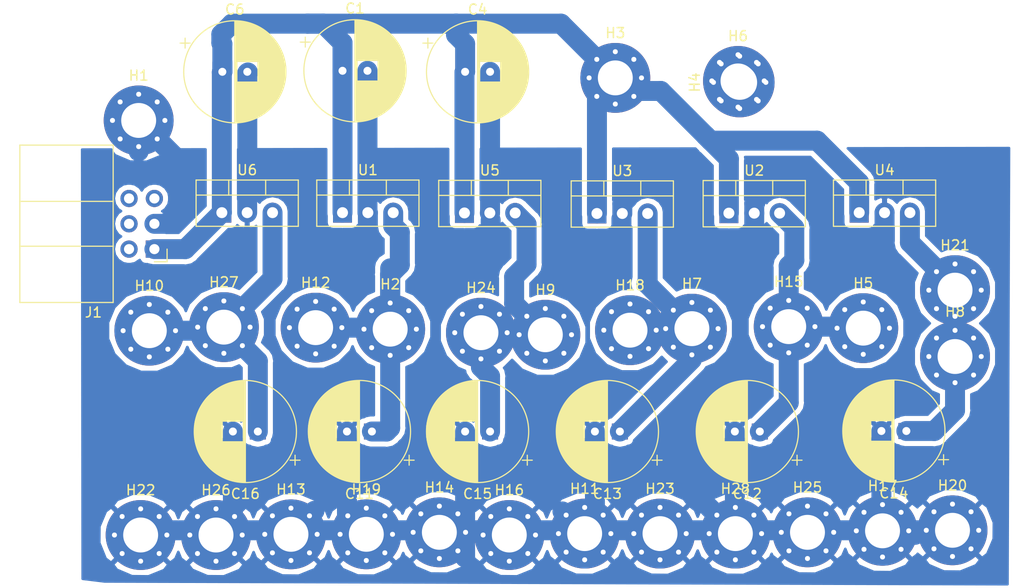
<source format=kicad_pcb>
(kicad_pcb (version 20171130) (host pcbnew 5.0.2+dfsg1-1)
  (layers (0 F.Cu signal) (31 B.Cu signal) (34 B.Paste user) (35 F.Paste user) (36 B.SilkS user) (37 F.SilkS user) (38 B.Mask user) (39 F.Mask user) (44 Edge.Cuts user))
  (net 0 "")
  (net 1 GNDREF)
  (net 2 +12V)
  (net 3 "Net-(C11-Pad1)")
  (net 4 "Net-(C12-Pad1)")
  (net 5 "Net-(C13-Pad1)")
  (net 6 "Net-(C14-Pad1)")
  (net 7 "Net-(C15-Pad1)")
  (net 8 "Net-(C16-Pad1)")
  (net 9 "Net-(J1-Pad4)")
  (net 10 "Net-(J1-Pad5)")
  (net 11 "Net-(J1-Pad6)")
  (net 12 "Net-(H4-Pad1)")
  (net 13 "Net-(J1-Pad2)")
  (module MountingHole:MountingHole_3.5mm_Pad_Via (layer F.Cu) (at 47.0408 55.4736)
    (fp_text reference H1 (at 0 -4.5) (layer F.SilkS))
    (fp_text value MountingHole_Pad)
    (pad 1 thru_hole circle (at 1.856155 -1.856155) (size 0.8 0.8) (drill 0.5) (layers *.Cu *.Mask) (net 1 GNDREF))
    (pad 1 thru_hole circle (at 0 -2.625) (size 0.8 0.8) (drill 0.5) (layers *.Cu *.Mask) (net 1 GNDREF))
    (pad 1 thru_hole circle (at -1.856155 -1.856155) (size 0.8 0.8) (drill 0.5) (layers *.Cu *.Mask) (net 1 GNDREF))
    (pad 1 thru_hole circle (at -2.625 0) (size 0.8 0.8) (drill 0.5) (layers *.Cu *.Mask) (net 1 GNDREF))
    (pad 1 thru_hole circle (at -1.856155 1.856155) (size 0.8 0.8) (drill 0.5) (layers *.Cu *.Mask) (net 1 GNDREF))
    (pad 1 thru_hole circle (at 0 2.625) (size 0.8 0.8) (drill 0.5) (layers *.Cu *.Mask) (net 1 GNDREF))
    (pad 1 thru_hole circle (at 1.856155 1.856155) (size 0.8 0.8) (drill 0.5) (layers *.Cu *.Mask) (net 1 GNDREF))
    (pad 1 thru_hole circle (at 2.625 0) (size 0.8 0.8) (drill 0.5) (layers *.Cu *.Mask) (net 1 GNDREF))
    (pad 1 thru_hole circle (at 0 0) (size 7 7) (drill 3.5) (layers *.Cu *.Mask) (net 1 GNDREF))
  )
  (module Capacitor_THT:CP_Radial_D10.0mm_P2.50mm (layer F.Cu) (at 67.4624 50.4952)
    (fp_text reference C1 (at 1.25 -6.25) (layer F.SilkS))
    (fp_text value CP)
    (pad 2 thru_hole circle (at 2.5 0) (size 1.6 1.6) (drill 0.8) (layers *.Cu *.Mask) (net 1 GNDREF))
    (pad 1 thru_hole rect (at 0 0) (size 1.6 1.6) (drill 0.8) (layers *.Cu *.Mask) (net 2 +12V))
  )
  (module Capacitor_THT:CP_Radial_D10.0mm_P2.50mm (layer F.Cu) (at 79.7452 50.5968)
    (fp_text reference C4 (at 1.25 -6.25) (layer F.SilkS))
    (fp_text value CP)
    (pad 1 thru_hole rect (at 0 0) (size 1.6 1.6) (drill 0.8) (layers *.Cu *.Mask) (net 2 +12V))
    (pad 2 thru_hole circle (at 2.5 0) (size 1.6 1.6) (drill 0.8) (layers *.Cu *.Mask) (net 1 GNDREF))
  )
  (module Capacitor_THT:CP_Radial_D10.0mm_P2.50mm (layer F.Cu) (at 55.4228 50.5968)
    (fp_text reference C6 (at 1.25 -6.25) (layer F.SilkS))
    (fp_text value CP)
    (pad 1 thru_hole rect (at 0 0) (size 1.6 1.6) (drill 0.8) (layers *.Cu *.Mask) (net 2 +12V))
    (pad 2 thru_hole circle (at 2.5 0) (size 1.6 1.6) (drill 0.8) (layers *.Cu *.Mask) (net 1 GNDREF))
  )
  (module Capacitor_THT:CP_Radial_D10.0mm_P2.50mm (layer F.Cu) (at 70.4088 86.6648 180)
    (fp_text reference C11 (at 1.25 -6.25 180) (layer F.SilkS))
    (fp_text value CP)
    (pad 2 thru_hole circle (at 2.5 0 180) (size 1.6 1.6) (drill 0.8) (layers *.Cu *.Mask) (net 1 GNDREF))
    (pad 1 thru_hole rect (at 0 0 180) (size 1.6 1.6) (drill 0.8) (layers *.Cu *.Mask) (net 3 "Net-(C11-Pad1)"))
  )
  (module Capacitor_THT:CP_Radial_D10.0mm_P2.50mm (layer F.Cu) (at 109.2708 86.6648 180)
    (fp_text reference C12 (at 1.25 -6.25 180) (layer F.SilkS))
    (fp_text value CP)
    (pad 1 thru_hole rect (at 0 0 180) (size 1.6 1.6) (drill 0.8) (layers *.Cu *.Mask) (net 4 "Net-(C12-Pad1)"))
    (pad 2 thru_hole circle (at 2.5 0 180) (size 1.6 1.6) (drill 0.8) (layers *.Cu *.Mask) (net 1 GNDREF))
  )
  (module Capacitor_THT:CP_Radial_D10.0mm_P2.50mm (layer F.Cu) (at 95.25 86.6648 180)
    (fp_text reference C13 (at 1.25 -6.25 180) (layer F.SilkS))
    (fp_text value CP)
    (pad 2 thru_hole circle (at 2.5 0 180) (size 1.6 1.6) (drill 0.8) (layers *.Cu *.Mask) (net 1 GNDREF))
    (pad 1 thru_hole rect (at 0 0 180) (size 1.6 1.6) (drill 0.8) (layers *.Cu *.Mask) (net 5 "Net-(C13-Pad1)"))
  )
  (module Capacitor_THT:CP_Radial_D10.0mm_P2.50mm (layer F.Cu) (at 123.952 86.614 180)
    (fp_text reference C14 (at 1.25 -6.25 180) (layer F.SilkS))
    (fp_text value CP)
    (pad 1 thru_hole rect (at 0 0 180) (size 1.6 1.6) (drill 0.8) (layers *.Cu *.Mask) (net 6 "Net-(C14-Pad1)"))
    (pad 2 thru_hole circle (at 2.5 0 180) (size 1.6 1.6) (drill 0.8) (layers *.Cu *.Mask) (net 1 GNDREF))
  )
  (module Capacitor_THT:CP_Radial_D10.0mm_P2.50mm (layer F.Cu) (at 82.2452 86.6648 180)
    (fp_text reference C15 (at 1.25 -6.25 180) (layer F.SilkS))
    (fp_text value CP)
    (pad 1 thru_hole rect (at 0 0 180) (size 1.6 1.6) (drill 0.8) (layers *.Cu *.Mask) (net 7 "Net-(C15-Pad1)"))
    (pad 2 thru_hole circle (at 2.5 0 180) (size 1.6 1.6) (drill 0.8) (layers *.Cu *.Mask) (net 1 GNDREF))
  )
  (module Capacitor_THT:CP_Radial_D10.0mm_P2.50mm (layer F.Cu) (at 58.9788 86.6648 180)
    (fp_text reference C16 (at 1.25 -6.25 180) (layer F.SilkS))
    (fp_text value CP)
    (pad 2 thru_hole circle (at 2.5 0 180) (size 1.6 1.6) (drill 0.8) (layers *.Cu *.Mask) (net 1 GNDREF))
    (pad 1 thru_hole rect (at 0 0 180) (size 1.6 1.6) (drill 0.8) (layers *.Cu *.Mask) (net 8 "Net-(C16-Pad1)"))
  )
  (module MountingHole:MountingHole_3.5mm_Pad_Via (layer F.Cu) (at 72.2376 76.4032)
    (fp_text reference H2 (at 0 -4.5) (layer F.SilkS))
    (fp_text value MountingHole_Pad)
    (pad 1 thru_hole circle (at 0 0) (size 7 7) (drill 3.5) (layers *.Cu *.Mask) (net 3 "Net-(C11-Pad1)"))
    (pad 1 thru_hole circle (at 2.625 0) (size 0.8 0.8) (drill 0.5) (layers *.Cu *.Mask) (net 3 "Net-(C11-Pad1)"))
    (pad 1 thru_hole circle (at 1.856155 1.856155) (size 0.8 0.8) (drill 0.5) (layers *.Cu *.Mask) (net 3 "Net-(C11-Pad1)"))
    (pad 1 thru_hole circle (at 0 2.625) (size 0.8 0.8) (drill 0.5) (layers *.Cu *.Mask) (net 3 "Net-(C11-Pad1)"))
    (pad 1 thru_hole circle (at -1.856155 1.856155) (size 0.8 0.8) (drill 0.5) (layers *.Cu *.Mask) (net 3 "Net-(C11-Pad1)"))
    (pad 1 thru_hole circle (at -2.625 0) (size 0.8 0.8) (drill 0.5) (layers *.Cu *.Mask) (net 3 "Net-(C11-Pad1)"))
    (pad 1 thru_hole circle (at -1.856155 -1.856155) (size 0.8 0.8) (drill 0.5) (layers *.Cu *.Mask) (net 3 "Net-(C11-Pad1)"))
    (pad 1 thru_hole circle (at 0 -2.625) (size 0.8 0.8) (drill 0.5) (layers *.Cu *.Mask) (net 3 "Net-(C11-Pad1)"))
    (pad 1 thru_hole circle (at 1.856155 -1.856155) (size 0.8 0.8) (drill 0.5) (layers *.Cu *.Mask) (net 3 "Net-(C11-Pad1)"))
  )
  (module MountingHole:MountingHole_3.5mm_Pad_Via (layer F.Cu) (at 94.7928 51.2064)
    (fp_text reference H3 (at 0 -4.5) (layer F.SilkS))
    (fp_text value MountingHole_Pad)
    (pad 1 thru_hole circle (at 0 0) (size 7 7) (drill 3.5) (layers *.Cu *.Mask) (net 2 +12V))
    (pad 1 thru_hole circle (at 2.625 0) (size 0.8 0.8) (drill 0.5) (layers *.Cu *.Mask) (net 2 +12V))
    (pad 1 thru_hole circle (at 1.856155 1.856155) (size 0.8 0.8) (drill 0.5) (layers *.Cu *.Mask) (net 2 +12V))
    (pad 1 thru_hole circle (at 0 2.625) (size 0.8 0.8) (drill 0.5) (layers *.Cu *.Mask) (net 2 +12V))
    (pad 1 thru_hole circle (at -1.856155 1.856155) (size 0.8 0.8) (drill 0.5) (layers *.Cu *.Mask) (net 2 +12V))
    (pad 1 thru_hole circle (at -2.625 0) (size 0.8 0.8) (drill 0.5) (layers *.Cu *.Mask) (net 2 +12V))
    (pad 1 thru_hole circle (at -1.856155 -1.856155) (size 0.8 0.8) (drill 0.5) (layers *.Cu *.Mask) (net 2 +12V))
    (pad 1 thru_hole circle (at 0 -2.625) (size 0.8 0.8) (drill 0.5) (layers *.Cu *.Mask) (net 2 +12V))
    (pad 1 thru_hole circle (at 1.856155 -1.856155) (size 0.8 0.8) (drill 0.5) (layers *.Cu *.Mask) (net 2 +12V))
  )
  (module MountingHole:MountingHole_3.5mm_Pad_Via (layer F.Cu) (at 107.250542 51.656914 90)
    (fp_text reference H4 (at 0 -4.5 90) (layer F.SilkS))
    (fp_text value MountingHole_Pad)
    (pad 1 thru_hole circle (at 1.856155 -1.856155 90) (size 0.8 0.8) (drill 0.5) (layers *.Cu *.Mask) (net 12 "Net-(H4-Pad1)"))
    (pad 1 thru_hole circle (at 0 -2.625 90) (size 0.8 0.8) (drill 0.5) (layers *.Cu *.Mask) (net 12 "Net-(H4-Pad1)"))
    (pad 1 thru_hole circle (at -1.856155 -1.856155 90) (size 0.8 0.8) (drill 0.5) (layers *.Cu *.Mask) (net 12 "Net-(H4-Pad1)"))
    (pad 1 thru_hole circle (at -2.625 0 90) (size 0.8 0.8) (drill 0.5) (layers *.Cu *.Mask) (net 12 "Net-(H4-Pad1)"))
    (pad 1 thru_hole circle (at -1.856155 1.856155 90) (size 0.8 0.8) (drill 0.5) (layers *.Cu *.Mask) (net 12 "Net-(H4-Pad1)"))
    (pad 1 thru_hole circle (at 0 2.625 90) (size 0.8 0.8) (drill 0.5) (layers *.Cu *.Mask) (net 12 "Net-(H4-Pad1)"))
    (pad 1 thru_hole circle (at 1.856155 1.856155 90) (size 0.8 0.8) (drill 0.5) (layers *.Cu *.Mask) (net 12 "Net-(H4-Pad1)"))
    (pad 1 thru_hole circle (at 2.625 0 90) (size 0.8 0.8) (drill 0.5) (layers *.Cu *.Mask) (net 12 "Net-(H4-Pad1)"))
    (pad 1 thru_hole circle (at 0 0 90) (size 7 7) (drill 3.5) (layers *.Cu *.Mask) (net 12 "Net-(H4-Pad1)"))
  )
  (module MountingHole:MountingHole_3.5mm_Pad_Via (layer F.Cu) (at 119.634 76.3016)
    (fp_text reference H5 (at 0 -4.5) (layer F.SilkS))
    (fp_text value MountingHole_Pad)
    (pad 1 thru_hole circle (at 0 0) (size 7 7) (drill 3.5) (layers *.Cu *.Mask) (net 4 "Net-(C12-Pad1)"))
    (pad 1 thru_hole circle (at 2.625 0) (size 0.8 0.8) (drill 0.5) (layers *.Cu *.Mask) (net 4 "Net-(C12-Pad1)"))
    (pad 1 thru_hole circle (at 1.856155 1.856155) (size 0.8 0.8) (drill 0.5) (layers *.Cu *.Mask) (net 4 "Net-(C12-Pad1)"))
    (pad 1 thru_hole circle (at 0 2.625) (size 0.8 0.8) (drill 0.5) (layers *.Cu *.Mask) (net 4 "Net-(C12-Pad1)"))
    (pad 1 thru_hole circle (at -1.856155 1.856155) (size 0.8 0.8) (drill 0.5) (layers *.Cu *.Mask) (net 4 "Net-(C12-Pad1)"))
    (pad 1 thru_hole circle (at -2.625 0) (size 0.8 0.8) (drill 0.5) (layers *.Cu *.Mask) (net 4 "Net-(C12-Pad1)"))
    (pad 1 thru_hole circle (at -1.856155 -1.856155) (size 0.8 0.8) (drill 0.5) (layers *.Cu *.Mask) (net 4 "Net-(C12-Pad1)"))
    (pad 1 thru_hole circle (at 0 -2.625) (size 0.8 0.8) (drill 0.5) (layers *.Cu *.Mask) (net 4 "Net-(C12-Pad1)"))
    (pad 1 thru_hole circle (at 1.856155 -1.856155) (size 0.8 0.8) (drill 0.5) (layers *.Cu *.Mask) (net 4 "Net-(C12-Pad1)"))
  )
  (module MountingHole:MountingHole_3.5mm_Pad_Via (layer F.Cu) (at 102.4636 76.3524)
    (fp_text reference H7 (at 0 -4.5) (layer F.SilkS))
    (fp_text value MountingHole_Pad)
    (pad 1 thru_hole circle (at 1.856155 -1.856155) (size 0.8 0.8) (drill 0.5) (layers *.Cu *.Mask) (net 5 "Net-(C13-Pad1)"))
    (pad 1 thru_hole circle (at 0 -2.625) (size 0.8 0.8) (drill 0.5) (layers *.Cu *.Mask) (net 5 "Net-(C13-Pad1)"))
    (pad 1 thru_hole circle (at -1.856155 -1.856155) (size 0.8 0.8) (drill 0.5) (layers *.Cu *.Mask) (net 5 "Net-(C13-Pad1)"))
    (pad 1 thru_hole circle (at -2.625 0) (size 0.8 0.8) (drill 0.5) (layers *.Cu *.Mask) (net 5 "Net-(C13-Pad1)"))
    (pad 1 thru_hole circle (at -1.856155 1.856155) (size 0.8 0.8) (drill 0.5) (layers *.Cu *.Mask) (net 5 "Net-(C13-Pad1)"))
    (pad 1 thru_hole circle (at 0 2.625) (size 0.8 0.8) (drill 0.5) (layers *.Cu *.Mask) (net 5 "Net-(C13-Pad1)"))
    (pad 1 thru_hole circle (at 1.856155 1.856155) (size 0.8 0.8) (drill 0.5) (layers *.Cu *.Mask) (net 5 "Net-(C13-Pad1)"))
    (pad 1 thru_hole circle (at 2.625 0) (size 0.8 0.8) (drill 0.5) (layers *.Cu *.Mask) (net 5 "Net-(C13-Pad1)"))
    (pad 1 thru_hole circle (at 0 0) (size 7 7) (drill 3.5) (layers *.Cu *.Mask) (net 5 "Net-(C13-Pad1)"))
  )
  (module MountingHole:MountingHole_3.5mm_Pad_Via (layer F.Cu) (at 128.8288 79.1464)
    (fp_text reference H8 (at 0 -4.5) (layer F.SilkS))
    (fp_text value MountingHole_Pad)
    (pad 1 thru_hole circle (at 0 0) (size 7 7) (drill 3.5) (layers *.Cu *.Mask) (net 6 "Net-(C14-Pad1)"))
    (pad 1 thru_hole circle (at 2.625 0) (size 0.8 0.8) (drill 0.5) (layers *.Cu *.Mask) (net 6 "Net-(C14-Pad1)"))
    (pad 1 thru_hole circle (at 1.856155 1.856155) (size 0.8 0.8) (drill 0.5) (layers *.Cu *.Mask) (net 6 "Net-(C14-Pad1)"))
    (pad 1 thru_hole circle (at 0 2.625) (size 0.8 0.8) (drill 0.5) (layers *.Cu *.Mask) (net 6 "Net-(C14-Pad1)"))
    (pad 1 thru_hole circle (at -1.856155 1.856155) (size 0.8 0.8) (drill 0.5) (layers *.Cu *.Mask) (net 6 "Net-(C14-Pad1)"))
    (pad 1 thru_hole circle (at -2.625 0) (size 0.8 0.8) (drill 0.5) (layers *.Cu *.Mask) (net 6 "Net-(C14-Pad1)"))
    (pad 1 thru_hole circle (at -1.856155 -1.856155) (size 0.8 0.8) (drill 0.5) (layers *.Cu *.Mask) (net 6 "Net-(C14-Pad1)"))
    (pad 1 thru_hole circle (at 0 -2.625) (size 0.8 0.8) (drill 0.5) (layers *.Cu *.Mask) (net 6 "Net-(C14-Pad1)"))
    (pad 1 thru_hole circle (at 1.856155 -1.856155) (size 0.8 0.8) (drill 0.5) (layers *.Cu *.Mask) (net 6 "Net-(C14-Pad1)"))
  )
  (module MountingHole:MountingHole_3.5mm_Pad_Via (layer F.Cu) (at 87.7824 76.962)
    (fp_text reference H9 (at 0 -4.5) (layer F.SilkS))
    (fp_text value MountingHole_Pad)
    (pad 1 thru_hole circle (at 1.856155 -1.856155) (size 0.8 0.8) (drill 0.5) (layers *.Cu *.Mask) (net 7 "Net-(C15-Pad1)"))
    (pad 1 thru_hole circle (at 0 -2.625) (size 0.8 0.8) (drill 0.5) (layers *.Cu *.Mask) (net 7 "Net-(C15-Pad1)"))
    (pad 1 thru_hole circle (at -1.856155 -1.856155) (size 0.8 0.8) (drill 0.5) (layers *.Cu *.Mask) (net 7 "Net-(C15-Pad1)"))
    (pad 1 thru_hole circle (at -2.625 0) (size 0.8 0.8) (drill 0.5) (layers *.Cu *.Mask) (net 7 "Net-(C15-Pad1)"))
    (pad 1 thru_hole circle (at -1.856155 1.856155) (size 0.8 0.8) (drill 0.5) (layers *.Cu *.Mask) (net 7 "Net-(C15-Pad1)"))
    (pad 1 thru_hole circle (at 0 2.625) (size 0.8 0.8) (drill 0.5) (layers *.Cu *.Mask) (net 7 "Net-(C15-Pad1)"))
    (pad 1 thru_hole circle (at 1.856155 1.856155) (size 0.8 0.8) (drill 0.5) (layers *.Cu *.Mask) (net 7 "Net-(C15-Pad1)"))
    (pad 1 thru_hole circle (at 2.625 0) (size 0.8 0.8) (drill 0.5) (layers *.Cu *.Mask) (net 7 "Net-(C15-Pad1)"))
    (pad 1 thru_hole circle (at 0 0) (size 7 7) (drill 3.5) (layers *.Cu *.Mask) (net 7 "Net-(C15-Pad1)"))
  )
  (module MountingHole:MountingHole_3.5mm_Pad_Via (layer F.Cu) (at 48.1076 76.5556)
    (fp_text reference H10 (at 0 -4.5) (layer F.SilkS))
    (fp_text value MountingHole_Pad)
    (pad 1 thru_hole circle (at 0 0) (size 7 7) (drill 3.5) (layers *.Cu *.Mask) (net 8 "Net-(C16-Pad1)"))
    (pad 1 thru_hole circle (at 2.625 0) (size 0.8 0.8) (drill 0.5) (layers *.Cu *.Mask) (net 8 "Net-(C16-Pad1)"))
    (pad 1 thru_hole circle (at 1.856155 1.856155) (size 0.8 0.8) (drill 0.5) (layers *.Cu *.Mask) (net 8 "Net-(C16-Pad1)"))
    (pad 1 thru_hole circle (at 0 2.625) (size 0.8 0.8) (drill 0.5) (layers *.Cu *.Mask) (net 8 "Net-(C16-Pad1)"))
    (pad 1 thru_hole circle (at -1.856155 1.856155) (size 0.8 0.8) (drill 0.5) (layers *.Cu *.Mask) (net 8 "Net-(C16-Pad1)"))
    (pad 1 thru_hole circle (at -2.625 0) (size 0.8 0.8) (drill 0.5) (layers *.Cu *.Mask) (net 8 "Net-(C16-Pad1)"))
    (pad 1 thru_hole circle (at -1.856155 -1.856155) (size 0.8 0.8) (drill 0.5) (layers *.Cu *.Mask) (net 8 "Net-(C16-Pad1)"))
    (pad 1 thru_hole circle (at 0 -2.625) (size 0.8 0.8) (drill 0.5) (layers *.Cu *.Mask) (net 8 "Net-(C16-Pad1)"))
    (pad 1 thru_hole circle (at 1.856155 -1.856155) (size 0.8 0.8) (drill 0.5) (layers *.Cu *.Mask) (net 8 "Net-(C16-Pad1)"))
  )
  (module Package_TO_SOT_THT:TO-220-3_Vertical (layer F.Cu) (at 67.4624 64.7192)
    (fp_text reference U1 (at 2.54 -4.27) (layer F.SilkS))
    (fp_text value LM7809_TO220)
    (pad 3 thru_hole oval (at 5.08 0) (size 1.905 2) (drill 1.1) (layers *.Cu *.Mask) (net 3 "Net-(C11-Pad1)"))
    (pad 2 thru_hole oval (at 2.54 0) (size 1.905 2) (drill 1.1) (layers *.Cu *.Mask) (net 1 GNDREF))
    (pad 1 thru_hole rect (at 0 0) (size 1.905 2) (drill 1.1) (layers *.Cu *.Mask) (net 2 +12V))
  )
  (module Package_TO_SOT_THT:TO-220-3_Vertical (layer F.Cu) (at 106.172 64.77)
    (fp_text reference U2 (at 2.54 -4.27) (layer F.SilkS))
    (fp_text value LM7809_TO220)
    (pad 1 thru_hole rect (at 0 0) (size 1.905 2) (drill 1.1) (layers *.Cu *.Mask) (net 2 +12V))
    (pad 2 thru_hole oval (at 2.54 0) (size 1.905 2) (drill 1.1) (layers *.Cu *.Mask) (net 1 GNDREF))
    (pad 3 thru_hole oval (at 5.08 0) (size 1.905 2) (drill 1.1) (layers *.Cu *.Mask) (net 4 "Net-(C12-Pad1)"))
  )
  (module Package_TO_SOT_THT:TO-220-3_Vertical (layer F.Cu) (at 92.95384 64.80302)
    (fp_text reference U3 (at 2.54 -4.27) (layer F.SilkS))
    (fp_text value LM7809_TO220)
    (pad 3 thru_hole oval (at 5.08 0) (size 1.905 2) (drill 1.1) (layers *.Cu *.Mask) (net 5 "Net-(C13-Pad1)"))
    (pad 2 thru_hole oval (at 2.54 0) (size 1.905 2) (drill 1.1) (layers *.Cu *.Mask) (net 1 GNDREF))
    (pad 1 thru_hole rect (at 0 0) (size 1.905 2) (drill 1.1) (layers *.Cu *.Mask) (net 2 +12V))
  )
  (module Package_TO_SOT_THT:TO-220-3_Vertical (layer F.Cu) (at 119.2276 64.7192)
    (fp_text reference U4 (at 2.54 -4.27) (layer F.SilkS))
    (fp_text value LM7809_TO220)
    (pad 1 thru_hole rect (at 0 0) (size 1.905 2) (drill 1.1) (layers *.Cu *.Mask) (net 2 +12V))
    (pad 2 thru_hole oval (at 2.54 0) (size 1.905 2) (drill 1.1) (layers *.Cu *.Mask) (net 1 GNDREF))
    (pad 3 thru_hole oval (at 5.08 0) (size 1.905 2) (drill 1.1) (layers *.Cu *.Mask) (net 6 "Net-(C14-Pad1)"))
  )
  (module Package_TO_SOT_THT:TO-220-3_Vertical (layer F.Cu) (at 79.6798 64.74968)
    (fp_text reference U5 (at 2.54 -4.27) (layer F.SilkS))
    (fp_text value LM7809_TO220)
    (pad 3 thru_hole oval (at 5.08 0) (size 1.905 2) (drill 1.1) (layers *.Cu *.Mask) (net 7 "Net-(C15-Pad1)"))
    (pad 2 thru_hole oval (at 2.54 0) (size 1.905 2) (drill 1.1) (layers *.Cu *.Mask) (net 1 GNDREF))
    (pad 1 thru_hole rect (at 0 0) (size 1.905 2) (drill 1.1) (layers *.Cu *.Mask) (net 2 +12V))
  )
  (module Package_TO_SOT_THT:TO-220-3_Vertical (layer F.Cu) (at 55.372 64.7192)
    (fp_text reference U6 (at 2.54 -4.27) (layer F.SilkS))
    (fp_text value LM7809_TO220)
    (pad 1 thru_hole rect (at 0 0) (size 1.905 2) (drill 1.1) (layers *.Cu *.Mask) (net 2 +12V))
    (pad 2 thru_hole oval (at 2.54 0) (size 1.905 2) (drill 1.1) (layers *.Cu *.Mask) (net 1 GNDREF))
    (pad 3 thru_hole oval (at 5.08 0) (size 1.905 2) (drill 1.1) (layers *.Cu *.Mask) (net 8 "Net-(C16-Pad1)"))
  )
  (module MountingHole:MountingHole_3.5mm_Pad_Via (layer F.Cu) (at 91.722201 96.903801)
    (fp_text reference H11 (at 0 -4.5) (layer F.SilkS))
    (fp_text value MountingHole_Pad)
    (pad 1 thru_hole circle (at 1.856155 -1.856155) (size 0.8 0.8) (drill 0.5) (layers *.Cu *.Mask) (net 1 GNDREF))
    (pad 1 thru_hole circle (at 0 -2.625) (size 0.8 0.8) (drill 0.5) (layers *.Cu *.Mask) (net 1 GNDREF))
    (pad 1 thru_hole circle (at -1.856155 -1.856155) (size 0.8 0.8) (drill 0.5) (layers *.Cu *.Mask) (net 1 GNDREF))
    (pad 1 thru_hole circle (at -2.625 0) (size 0.8 0.8) (drill 0.5) (layers *.Cu *.Mask) (net 1 GNDREF))
    (pad 1 thru_hole circle (at -1.856155 1.856155) (size 0.8 0.8) (drill 0.5) (layers *.Cu *.Mask) (net 1 GNDREF))
    (pad 1 thru_hole circle (at 0 2.625) (size 0.8 0.8) (drill 0.5) (layers *.Cu *.Mask) (net 1 GNDREF))
    (pad 1 thru_hole circle (at 1.856155 1.856155) (size 0.8 0.8) (drill 0.5) (layers *.Cu *.Mask) (net 1 GNDREF))
    (pad 1 thru_hole circle (at 2.625 0) (size 0.8 0.8) (drill 0.5) (layers *.Cu *.Mask) (net 1 GNDREF))
    (pad 1 thru_hole circle (at 0 0) (size 7 7) (drill 3.5) (layers *.Cu *.Mask) (net 1 GNDREF))
  )
  (module MountingHole:MountingHole_3.5mm_Pad_Via (layer F.Cu) (at 64.77 76.2508)
    (fp_text reference H12 (at 0 -4.5) (layer F.SilkS))
    (fp_text value MountingHole_Pad)
    (pad 1 thru_hole circle (at 1.856155 -1.856155) (size 0.8 0.8) (drill 0.5) (layers *.Cu *.Mask) (net 3 "Net-(C11-Pad1)"))
    (pad 1 thru_hole circle (at 0 -2.625) (size 0.8 0.8) (drill 0.5) (layers *.Cu *.Mask) (net 3 "Net-(C11-Pad1)"))
    (pad 1 thru_hole circle (at -1.856155 -1.856155) (size 0.8 0.8) (drill 0.5) (layers *.Cu *.Mask) (net 3 "Net-(C11-Pad1)"))
    (pad 1 thru_hole circle (at -2.625 0) (size 0.8 0.8) (drill 0.5) (layers *.Cu *.Mask) (net 3 "Net-(C11-Pad1)"))
    (pad 1 thru_hole circle (at -1.856155 1.856155) (size 0.8 0.8) (drill 0.5) (layers *.Cu *.Mask) (net 3 "Net-(C11-Pad1)"))
    (pad 1 thru_hole circle (at 0 2.625) (size 0.8 0.8) (drill 0.5) (layers *.Cu *.Mask) (net 3 "Net-(C11-Pad1)"))
    (pad 1 thru_hole circle (at 1.856155 1.856155) (size 0.8 0.8) (drill 0.5) (layers *.Cu *.Mask) (net 3 "Net-(C11-Pad1)"))
    (pad 1 thru_hole circle (at 2.625 0) (size 0.8 0.8) (drill 0.5) (layers *.Cu *.Mask) (net 3 "Net-(C11-Pad1)"))
    (pad 1 thru_hole circle (at 0 0) (size 7 7) (drill 3.5) (layers *.Cu *.Mask) (net 3 "Net-(C11-Pad1)"))
  )
  (module MountingHole:MountingHole_3.5mm_Pad_Via (layer F.Cu) (at 62.296601 96.973401)
    (fp_text reference H13 (at 0 -4.5) (layer F.SilkS))
    (fp_text value MountingHole_Pad)
    (pad 1 thru_hole circle (at 1.856155 -1.856155) (size 0.8 0.8) (drill 0.5) (layers *.Cu *.Mask) (net 1 GNDREF))
    (pad 1 thru_hole circle (at 0 -2.625) (size 0.8 0.8) (drill 0.5) (layers *.Cu *.Mask) (net 1 GNDREF))
    (pad 1 thru_hole circle (at -1.856155 -1.856155) (size 0.8 0.8) (drill 0.5) (layers *.Cu *.Mask) (net 1 GNDREF))
    (pad 1 thru_hole circle (at -2.625 0) (size 0.8 0.8) (drill 0.5) (layers *.Cu *.Mask) (net 1 GNDREF))
    (pad 1 thru_hole circle (at -1.856155 1.856155) (size 0.8 0.8) (drill 0.5) (layers *.Cu *.Mask) (net 1 GNDREF))
    (pad 1 thru_hole circle (at 0 2.625) (size 0.8 0.8) (drill 0.5) (layers *.Cu *.Mask) (net 1 GNDREF))
    (pad 1 thru_hole circle (at 1.856155 1.856155) (size 0.8 0.8) (drill 0.5) (layers *.Cu *.Mask) (net 1 GNDREF))
    (pad 1 thru_hole circle (at 2.625 0) (size 0.8 0.8) (drill 0.5) (layers *.Cu *.Mask) (net 1 GNDREF))
    (pad 1 thru_hole circle (at 0 0) (size 7 7) (drill 3.5) (layers *.Cu *.Mask) (net 1 GNDREF))
  )
  (module MountingHole:MountingHole_3.5mm_Pad_Via (layer F.Cu) (at 77.1652 96.774)
    (fp_text reference H14 (at 0 -4.5) (layer F.SilkS))
    (fp_text value MountingHole_Pad)
    (pad 1 thru_hole circle (at 0 0) (size 7 7) (drill 3.5) (layers *.Cu *.Mask) (net 1 GNDREF))
    (pad 1 thru_hole circle (at 2.625 0) (size 0.8 0.8) (drill 0.5) (layers *.Cu *.Mask) (net 1 GNDREF))
    (pad 1 thru_hole circle (at 1.856155 1.856155) (size 0.8 0.8) (drill 0.5) (layers *.Cu *.Mask) (net 1 GNDREF))
    (pad 1 thru_hole circle (at 0 2.625) (size 0.8 0.8) (drill 0.5) (layers *.Cu *.Mask) (net 1 GNDREF))
    (pad 1 thru_hole circle (at -1.856155 1.856155) (size 0.8 0.8) (drill 0.5) (layers *.Cu *.Mask) (net 1 GNDREF))
    (pad 1 thru_hole circle (at -2.625 0) (size 0.8 0.8) (drill 0.5) (layers *.Cu *.Mask) (net 1 GNDREF))
    (pad 1 thru_hole circle (at -1.856155 -1.856155) (size 0.8 0.8) (drill 0.5) (layers *.Cu *.Mask) (net 1 GNDREF))
    (pad 1 thru_hole circle (at 0 -2.625) (size 0.8 0.8) (drill 0.5) (layers *.Cu *.Mask) (net 1 GNDREF))
    (pad 1 thru_hole circle (at 1.856155 -1.856155) (size 0.8 0.8) (drill 0.5) (layers *.Cu *.Mask) (net 1 GNDREF))
  )
  (module MountingHole:MountingHole_3.5mm_Pad_Via (layer F.Cu) (at 112.1664 76.1492)
    (fp_text reference H15 (at 0 -4.5) (layer F.SilkS))
    (fp_text value MountingHole_Pad)
    (pad 1 thru_hole circle (at 0 0) (size 7 7) (drill 3.5) (layers *.Cu *.Mask) (net 4 "Net-(C12-Pad1)"))
    (pad 1 thru_hole circle (at 2.625 0) (size 0.8 0.8) (drill 0.5) (layers *.Cu *.Mask) (net 4 "Net-(C12-Pad1)"))
    (pad 1 thru_hole circle (at 1.856155 1.856155) (size 0.8 0.8) (drill 0.5) (layers *.Cu *.Mask) (net 4 "Net-(C12-Pad1)"))
    (pad 1 thru_hole circle (at 0 2.625) (size 0.8 0.8) (drill 0.5) (layers *.Cu *.Mask) (net 4 "Net-(C12-Pad1)"))
    (pad 1 thru_hole circle (at -1.856155 1.856155) (size 0.8 0.8) (drill 0.5) (layers *.Cu *.Mask) (net 4 "Net-(C12-Pad1)"))
    (pad 1 thru_hole circle (at -2.625 0) (size 0.8 0.8) (drill 0.5) (layers *.Cu *.Mask) (net 4 "Net-(C12-Pad1)"))
    (pad 1 thru_hole circle (at -1.856155 -1.856155) (size 0.8 0.8) (drill 0.5) (layers *.Cu *.Mask) (net 4 "Net-(C12-Pad1)"))
    (pad 1 thru_hole circle (at 0 -2.625) (size 0.8 0.8) (drill 0.5) (layers *.Cu *.Mask) (net 4 "Net-(C12-Pad1)"))
    (pad 1 thru_hole circle (at 1.856155 -1.856155) (size 0.8 0.8) (drill 0.5) (layers *.Cu *.Mask) (net 4 "Net-(C12-Pad1)"))
  )
  (module MountingHole:MountingHole_3.5mm_Pad_Via (layer F.Cu) (at 84.172201 97.043401)
    (fp_text reference H16 (at 0 -4.5) (layer F.SilkS))
    (fp_text value MountingHole_Pad)
    (pad 1 thru_hole circle (at 0 0) (size 7 7) (drill 3.5) (layers *.Cu *.Mask) (net 1 GNDREF))
    (pad 1 thru_hole circle (at 2.625 0) (size 0.8 0.8) (drill 0.5) (layers *.Cu *.Mask) (net 1 GNDREF))
    (pad 1 thru_hole circle (at 1.856155 1.856155) (size 0.8 0.8) (drill 0.5) (layers *.Cu *.Mask) (net 1 GNDREF))
    (pad 1 thru_hole circle (at 0 2.625) (size 0.8 0.8) (drill 0.5) (layers *.Cu *.Mask) (net 1 GNDREF))
    (pad 1 thru_hole circle (at -1.856155 1.856155) (size 0.8 0.8) (drill 0.5) (layers *.Cu *.Mask) (net 1 GNDREF))
    (pad 1 thru_hole circle (at -2.625 0) (size 0.8 0.8) (drill 0.5) (layers *.Cu *.Mask) (net 1 GNDREF))
    (pad 1 thru_hole circle (at -1.856155 -1.856155) (size 0.8 0.8) (drill 0.5) (layers *.Cu *.Mask) (net 1 GNDREF))
    (pad 1 thru_hole circle (at 0 -2.625) (size 0.8 0.8) (drill 0.5) (layers *.Cu *.Mask) (net 1 GNDREF))
    (pad 1 thru_hole circle (at 1.856155 -1.856155) (size 0.8 0.8) (drill 0.5) (layers *.Cu *.Mask) (net 1 GNDREF))
  )
  (module MountingHole:MountingHole_3.5mm_Pad_Via (layer F.Cu) (at 121.5644 96.6216)
    (fp_text reference H17 (at 0 -4.5) (layer F.SilkS))
    (fp_text value MountingHole_Pad)
    (pad 1 thru_hole circle (at 1.856155 -1.856155) (size 0.8 0.8) (drill 0.5) (layers *.Cu *.Mask) (net 1 GNDREF))
    (pad 1 thru_hole circle (at 0 -2.625) (size 0.8 0.8) (drill 0.5) (layers *.Cu *.Mask) (net 1 GNDREF))
    (pad 1 thru_hole circle (at -1.856155 -1.856155) (size 0.8 0.8) (drill 0.5) (layers *.Cu *.Mask) (net 1 GNDREF))
    (pad 1 thru_hole circle (at -2.625 0) (size 0.8 0.8) (drill 0.5) (layers *.Cu *.Mask) (net 1 GNDREF))
    (pad 1 thru_hole circle (at -1.856155 1.856155) (size 0.8 0.8) (drill 0.5) (layers *.Cu *.Mask) (net 1 GNDREF))
    (pad 1 thru_hole circle (at 0 2.625) (size 0.8 0.8) (drill 0.5) (layers *.Cu *.Mask) (net 1 GNDREF))
    (pad 1 thru_hole circle (at 1.856155 1.856155) (size 0.8 0.8) (drill 0.5) (layers *.Cu *.Mask) (net 1 GNDREF))
    (pad 1 thru_hole circle (at 2.625 0) (size 0.8 0.8) (drill 0.5) (layers *.Cu *.Mask) (net 1 GNDREF))
    (pad 1 thru_hole circle (at 0 0) (size 7 7) (drill 3.5) (layers *.Cu *.Mask) (net 1 GNDREF))
  )
  (module MountingHole:MountingHole_3.5mm_Pad_Via (layer F.Cu) (at 96.266 76.5048)
    (fp_text reference H18 (at 0 -4.5) (layer F.SilkS))
    (fp_text value MountingHole_Pad)
    (pad 1 thru_hole circle (at 1.856155 -1.856155) (size 0.8 0.8) (drill 0.5) (layers *.Cu *.Mask) (net 5 "Net-(C13-Pad1)"))
    (pad 1 thru_hole circle (at 0 -2.625) (size 0.8 0.8) (drill 0.5) (layers *.Cu *.Mask) (net 5 "Net-(C13-Pad1)"))
    (pad 1 thru_hole circle (at -1.856155 -1.856155) (size 0.8 0.8) (drill 0.5) (layers *.Cu *.Mask) (net 5 "Net-(C13-Pad1)"))
    (pad 1 thru_hole circle (at -2.625 0) (size 0.8 0.8) (drill 0.5) (layers *.Cu *.Mask) (net 5 "Net-(C13-Pad1)"))
    (pad 1 thru_hole circle (at -1.856155 1.856155) (size 0.8 0.8) (drill 0.5) (layers *.Cu *.Mask) (net 5 "Net-(C13-Pad1)"))
    (pad 1 thru_hole circle (at 0 2.625) (size 0.8 0.8) (drill 0.5) (layers *.Cu *.Mask) (net 5 "Net-(C13-Pad1)"))
    (pad 1 thru_hole circle (at 1.856155 1.856155) (size 0.8 0.8) (drill 0.5) (layers *.Cu *.Mask) (net 5 "Net-(C13-Pad1)"))
    (pad 1 thru_hole circle (at 2.625 0) (size 0.8 0.8) (drill 0.5) (layers *.Cu *.Mask) (net 5 "Net-(C13-Pad1)"))
    (pad 1 thru_hole circle (at 0 0) (size 7 7) (drill 3.5) (layers *.Cu *.Mask) (net 5 "Net-(C13-Pad1)"))
  )
  (module MountingHole:MountingHole_3.5mm_Pad_Via (layer F.Cu) (at 69.846601 96.973401)
    (fp_text reference H19 (at 0 -4.5) (layer F.SilkS))
    (fp_text value MountingHole_Pad)
    (pad 1 thru_hole circle (at 1.856155 -1.856155) (size 0.8 0.8) (drill 0.5) (layers *.Cu *.Mask) (net 1 GNDREF))
    (pad 1 thru_hole circle (at 0 -2.625) (size 0.8 0.8) (drill 0.5) (layers *.Cu *.Mask) (net 1 GNDREF))
    (pad 1 thru_hole circle (at -1.856155 -1.856155) (size 0.8 0.8) (drill 0.5) (layers *.Cu *.Mask) (net 1 GNDREF))
    (pad 1 thru_hole circle (at -2.625 0) (size 0.8 0.8) (drill 0.5) (layers *.Cu *.Mask) (net 1 GNDREF))
    (pad 1 thru_hole circle (at -1.856155 1.856155) (size 0.8 0.8) (drill 0.5) (layers *.Cu *.Mask) (net 1 GNDREF))
    (pad 1 thru_hole circle (at 0 2.625) (size 0.8 0.8) (drill 0.5) (layers *.Cu *.Mask) (net 1 GNDREF))
    (pad 1 thru_hole circle (at 1.856155 1.856155) (size 0.8 0.8) (drill 0.5) (layers *.Cu *.Mask) (net 1 GNDREF))
    (pad 1 thru_hole circle (at 2.625 0) (size 0.8 0.8) (drill 0.5) (layers *.Cu *.Mask) (net 1 GNDREF))
    (pad 1 thru_hole circle (at 0 0) (size 7 7) (drill 3.5) (layers *.Cu *.Mask) (net 1 GNDREF))
  )
  (module MountingHole:MountingHole_3.5mm_Pad_Via (layer F.Cu) (at 128.5748 96.5708)
    (fp_text reference H20 (at 0 -4.5) (layer F.SilkS))
    (fp_text value MountingHole_Pad)
    (pad 1 thru_hole circle (at 0 0) (size 7 7) (drill 3.5) (layers *.Cu *.Mask) (net 1 GNDREF))
    (pad 1 thru_hole circle (at 2.625 0) (size 0.8 0.8) (drill 0.5) (layers *.Cu *.Mask) (net 1 GNDREF))
    (pad 1 thru_hole circle (at 1.856155 1.856155) (size 0.8 0.8) (drill 0.5) (layers *.Cu *.Mask) (net 1 GNDREF))
    (pad 1 thru_hole circle (at 0 2.625) (size 0.8 0.8) (drill 0.5) (layers *.Cu *.Mask) (net 1 GNDREF))
    (pad 1 thru_hole circle (at -1.856155 1.856155) (size 0.8 0.8) (drill 0.5) (layers *.Cu *.Mask) (net 1 GNDREF))
    (pad 1 thru_hole circle (at -2.625 0) (size 0.8 0.8) (drill 0.5) (layers *.Cu *.Mask) (net 1 GNDREF))
    (pad 1 thru_hole circle (at -1.856155 -1.856155) (size 0.8 0.8) (drill 0.5) (layers *.Cu *.Mask) (net 1 GNDREF))
    (pad 1 thru_hole circle (at 0 -2.625) (size 0.8 0.8) (drill 0.5) (layers *.Cu *.Mask) (net 1 GNDREF))
    (pad 1 thru_hole circle (at 1.856155 -1.856155) (size 0.8 0.8) (drill 0.5) (layers *.Cu *.Mask) (net 1 GNDREF))
  )
  (module MountingHole:MountingHole_3.5mm_Pad_Via (layer F.Cu) (at 128.8288 72.4916)
    (fp_text reference H21 (at 0 -4.5) (layer F.SilkS))
    (fp_text value MountingHole_Pad)
    (pad 1 thru_hole circle (at 0 0) (size 7 7) (drill 3.5) (layers *.Cu *.Mask) (net 6 "Net-(C14-Pad1)"))
    (pad 1 thru_hole circle (at 2.625 0) (size 0.8 0.8) (drill 0.5) (layers *.Cu *.Mask) (net 6 "Net-(C14-Pad1)"))
    (pad 1 thru_hole circle (at 1.856155 1.856155) (size 0.8 0.8) (drill 0.5) (layers *.Cu *.Mask) (net 6 "Net-(C14-Pad1)"))
    (pad 1 thru_hole circle (at 0 2.625) (size 0.8 0.8) (drill 0.5) (layers *.Cu *.Mask) (net 6 "Net-(C14-Pad1)"))
    (pad 1 thru_hole circle (at -1.856155 1.856155) (size 0.8 0.8) (drill 0.5) (layers *.Cu *.Mask) (net 6 "Net-(C14-Pad1)"))
    (pad 1 thru_hole circle (at -2.625 0) (size 0.8 0.8) (drill 0.5) (layers *.Cu *.Mask) (net 6 "Net-(C14-Pad1)"))
    (pad 1 thru_hole circle (at -1.856155 -1.856155) (size 0.8 0.8) (drill 0.5) (layers *.Cu *.Mask) (net 6 "Net-(C14-Pad1)"))
    (pad 1 thru_hole circle (at 0 -2.625) (size 0.8 0.8) (drill 0.5) (layers *.Cu *.Mask) (net 6 "Net-(C14-Pad1)"))
    (pad 1 thru_hole circle (at 1.856155 -1.856155) (size 0.8 0.8) (drill 0.5) (layers *.Cu *.Mask) (net 6 "Net-(C14-Pad1)"))
  )
  (module MountingHole:MountingHole_3.5mm_Pad_Via (layer F.Cu) (at 47.238601 97.043801)
    (fp_text reference H22 (at 0 -4.5) (layer F.SilkS))
    (fp_text value MountingHole_Pad)
    (pad 1 thru_hole circle (at 0 0) (size 7 7) (drill 3.5) (layers *.Cu *.Mask) (net 1 GNDREF))
    (pad 1 thru_hole circle (at 2.625 0) (size 0.8 0.8) (drill 0.5) (layers *.Cu *.Mask) (net 1 GNDREF))
    (pad 1 thru_hole circle (at 1.856155 1.856155) (size 0.8 0.8) (drill 0.5) (layers *.Cu *.Mask) (net 1 GNDREF))
    (pad 1 thru_hole circle (at 0 2.625) (size 0.8 0.8) (drill 0.5) (layers *.Cu *.Mask) (net 1 GNDREF))
    (pad 1 thru_hole circle (at -1.856155 1.856155) (size 0.8 0.8) (drill 0.5) (layers *.Cu *.Mask) (net 1 GNDREF))
    (pad 1 thru_hole circle (at -2.625 0) (size 0.8 0.8) (drill 0.5) (layers *.Cu *.Mask) (net 1 GNDREF))
    (pad 1 thru_hole circle (at -1.856155 -1.856155) (size 0.8 0.8) (drill 0.5) (layers *.Cu *.Mask) (net 1 GNDREF))
    (pad 1 thru_hole circle (at 0 -2.625) (size 0.8 0.8) (drill 0.5) (layers *.Cu *.Mask) (net 1 GNDREF))
    (pad 1 thru_hole circle (at 1.856155 -1.856155) (size 0.8 0.8) (drill 0.5) (layers *.Cu *.Mask) (net 1 GNDREF))
  )
  (module MountingHole:MountingHole_3.5mm_Pad_Via (layer F.Cu) (at 99.272201 96.903801)
    (fp_text reference H23 (at 0 -4.5) (layer F.SilkS))
    (fp_text value MountingHole_Pad)
    (pad 1 thru_hole circle (at 1.856155 -1.856155) (size 0.8 0.8) (drill 0.5) (layers *.Cu *.Mask) (net 1 GNDREF))
    (pad 1 thru_hole circle (at 0 -2.625) (size 0.8 0.8) (drill 0.5) (layers *.Cu *.Mask) (net 1 GNDREF))
    (pad 1 thru_hole circle (at -1.856155 -1.856155) (size 0.8 0.8) (drill 0.5) (layers *.Cu *.Mask) (net 1 GNDREF))
    (pad 1 thru_hole circle (at -2.625 0) (size 0.8 0.8) (drill 0.5) (layers *.Cu *.Mask) (net 1 GNDREF))
    (pad 1 thru_hole circle (at -1.856155 1.856155) (size 0.8 0.8) (drill 0.5) (layers *.Cu *.Mask) (net 1 GNDREF))
    (pad 1 thru_hole circle (at 0 2.625) (size 0.8 0.8) (drill 0.5) (layers *.Cu *.Mask) (net 1 GNDREF))
    (pad 1 thru_hole circle (at 1.856155 1.856155) (size 0.8 0.8) (drill 0.5) (layers *.Cu *.Mask) (net 1 GNDREF))
    (pad 1 thru_hole circle (at 2.625 0) (size 0.8 0.8) (drill 0.5) (layers *.Cu *.Mask) (net 1 GNDREF))
    (pad 1 thru_hole circle (at 0 0) (size 7 7) (drill 3.5) (layers *.Cu *.Mask) (net 1 GNDREF))
  )
  (module MountingHole:MountingHole_3.5mm_Pad_Via (layer F.Cu) (at 81.3308 76.7588)
    (fp_text reference H24 (at 0 -4.5) (layer F.SilkS))
    (fp_text value MountingHole_Pad)
    (pad 1 thru_hole circle (at 1.856155 -1.856155) (size 0.8 0.8) (drill 0.5) (layers *.Cu *.Mask) (net 7 "Net-(C15-Pad1)"))
    (pad 1 thru_hole circle (at 0 -2.625) (size 0.8 0.8) (drill 0.5) (layers *.Cu *.Mask) (net 7 "Net-(C15-Pad1)"))
    (pad 1 thru_hole circle (at -1.856155 -1.856155) (size 0.8 0.8) (drill 0.5) (layers *.Cu *.Mask) (net 7 "Net-(C15-Pad1)"))
    (pad 1 thru_hole circle (at -2.625 0) (size 0.8 0.8) (drill 0.5) (layers *.Cu *.Mask) (net 7 "Net-(C15-Pad1)"))
    (pad 1 thru_hole circle (at -1.856155 1.856155) (size 0.8 0.8) (drill 0.5) (layers *.Cu *.Mask) (net 7 "Net-(C15-Pad1)"))
    (pad 1 thru_hole circle (at 0 2.625) (size 0.8 0.8) (drill 0.5) (layers *.Cu *.Mask) (net 7 "Net-(C15-Pad1)"))
    (pad 1 thru_hole circle (at 1.856155 1.856155) (size 0.8 0.8) (drill 0.5) (layers *.Cu *.Mask) (net 7 "Net-(C15-Pad1)"))
    (pad 1 thru_hole circle (at 2.625 0) (size 0.8 0.8) (drill 0.5) (layers *.Cu *.Mask) (net 7 "Net-(C15-Pad1)"))
    (pad 1 thru_hole circle (at 0 0) (size 7 7) (drill 3.5) (layers *.Cu *.Mask) (net 7 "Net-(C15-Pad1)"))
  )
  (module MountingHole:MountingHole_3.5mm_Pad_Via (layer F.Cu) (at 114.046 96.774)
    (fp_text reference H25 (at 0 -4.5) (layer F.SilkS))
    (fp_text value MountingHole_Pad)
    (pad 1 thru_hole circle (at 1.856155 -1.856155) (size 0.8 0.8) (drill 0.5) (layers *.Cu *.Mask) (net 1 GNDREF))
    (pad 1 thru_hole circle (at 0 -2.625) (size 0.8 0.8) (drill 0.5) (layers *.Cu *.Mask) (net 1 GNDREF))
    (pad 1 thru_hole circle (at -1.856155 -1.856155) (size 0.8 0.8) (drill 0.5) (layers *.Cu *.Mask) (net 1 GNDREF))
    (pad 1 thru_hole circle (at -2.625 0) (size 0.8 0.8) (drill 0.5) (layers *.Cu *.Mask) (net 1 GNDREF))
    (pad 1 thru_hole circle (at -1.856155 1.856155) (size 0.8 0.8) (drill 0.5) (layers *.Cu *.Mask) (net 1 GNDREF))
    (pad 1 thru_hole circle (at 0 2.625) (size 0.8 0.8) (drill 0.5) (layers *.Cu *.Mask) (net 1 GNDREF))
    (pad 1 thru_hole circle (at 1.856155 1.856155) (size 0.8 0.8) (drill 0.5) (layers *.Cu *.Mask) (net 1 GNDREF))
    (pad 1 thru_hole circle (at 2.625 0) (size 0.8 0.8) (drill 0.5) (layers *.Cu *.Mask) (net 1 GNDREF))
    (pad 1 thru_hole circle (at 0 0) (size 7 7) (drill 3.5) (layers *.Cu *.Mask) (net 1 GNDREF))
  )
  (module MountingHole:MountingHole_3.5mm_Pad_Via (layer F.Cu) (at 54.788601 97.043801)
    (fp_text reference H26 (at 0 -4.5) (layer F.SilkS))
    (fp_text value MountingHole_Pad)
    (pad 1 thru_hole circle (at 0 0) (size 7 7) (drill 3.5) (layers *.Cu *.Mask) (net 1 GNDREF))
    (pad 1 thru_hole circle (at 2.625 0) (size 0.8 0.8) (drill 0.5) (layers *.Cu *.Mask) (net 1 GNDREF))
    (pad 1 thru_hole circle (at 1.856155 1.856155) (size 0.8 0.8) (drill 0.5) (layers *.Cu *.Mask) (net 1 GNDREF))
    (pad 1 thru_hole circle (at 0 2.625) (size 0.8 0.8) (drill 0.5) (layers *.Cu *.Mask) (net 1 GNDREF))
    (pad 1 thru_hole circle (at -1.856155 1.856155) (size 0.8 0.8) (drill 0.5) (layers *.Cu *.Mask) (net 1 GNDREF))
    (pad 1 thru_hole circle (at -2.625 0) (size 0.8 0.8) (drill 0.5) (layers *.Cu *.Mask) (net 1 GNDREF))
    (pad 1 thru_hole circle (at -1.856155 -1.856155) (size 0.8 0.8) (drill 0.5) (layers *.Cu *.Mask) (net 1 GNDREF))
    (pad 1 thru_hole circle (at 0 -2.625) (size 0.8 0.8) (drill 0.5) (layers *.Cu *.Mask) (net 1 GNDREF))
    (pad 1 thru_hole circle (at 1.856155 -1.856155) (size 0.8 0.8) (drill 0.5) (layers *.Cu *.Mask) (net 1 GNDREF))
  )
  (module MountingHole:MountingHole_3.5mm_Pad_Via (layer F.Cu) (at 55.5752 76.2)
    (fp_text reference H27 (at 0 -4.5) (layer F.SilkS))
    (fp_text value MountingHole_Pad)
    (pad 1 thru_hole circle (at 0 0) (size 7 7) (drill 3.5) (layers *.Cu *.Mask) (net 8 "Net-(C16-Pad1)"))
    (pad 1 thru_hole circle (at 2.625 0) (size 0.8 0.8) (drill 0.5) (layers *.Cu *.Mask) (net 8 "Net-(C16-Pad1)"))
    (pad 1 thru_hole circle (at 1.856155 1.856155) (size 0.8 0.8) (drill 0.5) (layers *.Cu *.Mask) (net 8 "Net-(C16-Pad1)"))
    (pad 1 thru_hole circle (at 0 2.625) (size 0.8 0.8) (drill 0.5) (layers *.Cu *.Mask) (net 8 "Net-(C16-Pad1)"))
    (pad 1 thru_hole circle (at -1.856155 1.856155) (size 0.8 0.8) (drill 0.5) (layers *.Cu *.Mask) (net 8 "Net-(C16-Pad1)"))
    (pad 1 thru_hole circle (at -2.625 0) (size 0.8 0.8) (drill 0.5) (layers *.Cu *.Mask) (net 8 "Net-(C16-Pad1)"))
    (pad 1 thru_hole circle (at -1.856155 -1.856155) (size 0.8 0.8) (drill 0.5) (layers *.Cu *.Mask) (net 8 "Net-(C16-Pad1)"))
    (pad 1 thru_hole circle (at 0 -2.625) (size 0.8 0.8) (drill 0.5) (layers *.Cu *.Mask) (net 8 "Net-(C16-Pad1)"))
    (pad 1 thru_hole circle (at 1.856155 -1.856155) (size 0.8 0.8) (drill 0.5) (layers *.Cu *.Mask) (net 8 "Net-(C16-Pad1)"))
  )
  (module MountingHole:MountingHole_3.5mm_Pad_Via (layer F.Cu) (at 106.822201 96.903801)
    (fp_text reference H28 (at 0 -4.5) (layer F.SilkS))
    (fp_text value MountingHole_Pad)
    (pad 1 thru_hole circle (at 0 0) (size 7 7) (drill 3.5) (layers *.Cu *.Mask) (net 1 GNDREF))
    (pad 1 thru_hole circle (at 2.625 0) (size 0.8 0.8) (drill 0.5) (layers *.Cu *.Mask) (net 1 GNDREF))
    (pad 1 thru_hole circle (at 1.856155 1.856155) (size 0.8 0.8) (drill 0.5) (layers *.Cu *.Mask) (net 1 GNDREF))
    (pad 1 thru_hole circle (at 0 2.625) (size 0.8 0.8) (drill 0.5) (layers *.Cu *.Mask) (net 1 GNDREF))
    (pad 1 thru_hole circle (at -1.856155 1.856155) (size 0.8 0.8) (drill 0.5) (layers *.Cu *.Mask) (net 1 GNDREF))
    (pad 1 thru_hole circle (at -2.625 0) (size 0.8 0.8) (drill 0.5) (layers *.Cu *.Mask) (net 1 GNDREF))
    (pad 1 thru_hole circle (at -1.856155 -1.856155) (size 0.8 0.8) (drill 0.5) (layers *.Cu *.Mask) (net 1 GNDREF))
    (pad 1 thru_hole circle (at 0 -2.625) (size 0.8 0.8) (drill 0.5) (layers *.Cu *.Mask) (net 1 GNDREF))
    (pad 1 thru_hole circle (at 1.856155 -1.856155) (size 0.8 0.8) (drill 0.5) (layers *.Cu *.Mask) (net 1 GNDREF))
  )
  (module Connector_IDC:IDC-Header_2x03_P2.54mm_Horizontal (layer F.Cu) (at 48.6156 68.3768 180)
    (fp_text reference J1 (at 6.105 -6.35 180) (layer F.SilkS))
    (fp_text value Conn_02x03_Top_Bottom)
    (pad 1 thru_hole rect (at 0 0 180) (size 1.7272 1.7272) (drill 1.016) (layers *.Cu *.Mask) (net 2 +12V))
    (pad 2 thru_hole oval (at 2.54 0 180) (size 1.7272 1.7272) (drill 1.016) (layers *.Cu *.Mask) (net 13 "Net-(J1-Pad2)"))
    (pad 3 thru_hole oval (at 0 2.54 180) (size 1.7272 1.7272) (drill 1.016) (layers *.Cu *.Mask) (net 1 GNDREF))
    (pad 4 thru_hole oval (at 2.54 2.54 180) (size 1.7272 1.7272) (drill 1.016) (layers *.Cu *.Mask) (net 9 "Net-(J1-Pad4)"))
    (pad 5 thru_hole oval (at 0 5.08 180) (size 1.7272 1.7272) (drill 1.016) (layers *.Cu *.Mask) (net 10 "Net-(J1-Pad5)"))
    (pad 6 thru_hole oval (at 2.54 5.08 180) (size 1.7272 1.7272) (drill 1.016) (layers *.Cu *.Mask) (net 11 "Net-(J1-Pad6)"))
  )
  (module MountingHole:MountingHole_3.5mm_Pad_Via (layer F.Cu) (at 107.0864 51.5112)
    (fp_text reference H6 (at 0 -4.5) (layer F.SilkS))
    (fp_text value MountingHole_Pad)
    (pad 1 thru_hole circle (at 0 0) (size 7 7) (drill 3.5) (layers *.Cu *.Mask) (net 12 "Net-(H4-Pad1)"))
    (pad 1 thru_hole circle (at 2.625 0) (size 0.8 0.8) (drill 0.5) (layers *.Cu *.Mask) (net 12 "Net-(H4-Pad1)"))
    (pad 1 thru_hole circle (at 1.856155 1.856155) (size 0.8 0.8) (drill 0.5) (layers *.Cu *.Mask) (net 12 "Net-(H4-Pad1)"))
    (pad 1 thru_hole circle (at 0 2.625) (size 0.8 0.8) (drill 0.5) (layers *.Cu *.Mask) (net 12 "Net-(H4-Pad1)"))
    (pad 1 thru_hole circle (at -1.856155 1.856155) (size 0.8 0.8) (drill 0.5) (layers *.Cu *.Mask) (net 12 "Net-(H4-Pad1)"))
    (pad 1 thru_hole circle (at -2.625 0) (size 0.8 0.8) (drill 0.5) (layers *.Cu *.Mask) (net 12 "Net-(H4-Pad1)"))
    (pad 1 thru_hole circle (at -1.856155 -1.856155) (size 0.8 0.8) (drill 0.5) (layers *.Cu *.Mask) (net 12 "Net-(H4-Pad1)"))
    (pad 1 thru_hole circle (at 0 -2.625) (size 0.8 0.8) (drill 0.5) (layers *.Cu *.Mask) (net 12 "Net-(H4-Pad1)"))
    (pad 1 thru_hole circle (at 1.856155 -1.856155) (size 0.8 0.8) (drill 0.5) (layers *.Cu *.Mask) (net 12 "Net-(H4-Pad1)"))
  )
  (segment (start 121.7784 64.7084) (end 121.7676 64.7192) (width 2) (layer B.Cu) (net 1))
  (segment (start 108.712 63.794128) (end 108.712 64.77) (width 2) (layer B.Cu) (net 1))
  (segment (start 108.8244 63.681728) (end 108.712 63.794128) (width 2) (layer B.Cu) (net 1))
  (segment (start 95.49384 63.827148) (end 95.49384 64.80302) (width 2) (layer B.Cu) (net 1))
  (segment (start 96.0228 63.298188) (end 95.49384 63.827148) (width 2) (layer B.Cu) (net 1))
  (segment (start 82.2452 64.72428) (end 82.2198 64.74968) (width 2) (layer B.Cu) (net 1))
  (segment (start 69.9624 64.6792) (end 70.0024 64.7192) (width 2) (layer B.Cu) (net 1))
  (segment (start 57.9228 50.728346) (end 57.988573 50.662573) (width 2) (layer B.Cu) (net 1))
  (segment (start 57.912 61.7192) (end 57.9228 61.7084) (width 2) (layer B.Cu) (net 1))
  (segment (start 57.912 64.7192) (end 57.912 61.7192) (width 2) (layer B.Cu) (net 1))
  (segment (start 47.711602 96.5708) (end 47.238601 97.043801) (width 2) (layer B.Cu) (net 1))
  (segment (start 128.5748 96.5708) (end 47.711602 96.5708) (width 2) (layer B.Cu) (net 1))
  (segment (start 53.2276 95.4828) (end 54.788601 97.043801) (width 2) (layer B.Cu) (net 1))
  (segment (start 56.4788 86.6648) (end 56.4788 98.6832) (width 2) (layer B.Cu) (net 1))
  (segment (start 64.6576 94.612402) (end 62.296601 96.973401) (width 2) (layer B.Cu) (net 1))
  (segment (start 67.9088 86.6648) (end 67.9088 97.812802) (width 2) (layer B.Cu) (net 1))
  (segment (start 76.494 96.1028) (end 77.1652 96.774) (width 2) (layer B.Cu) (net 1))
  (segment (start 79.7452 86.6648) (end 79.7452 99.3032) (width 2) (layer B.Cu) (net 1))
  (segment (start 89.4988 94.6804) (end 91.722201 96.903801) (width 2) (layer B.Cu) (net 1))
  (segment (start 92.75 86.6648) (end 92.75 97.8808) (width 2) (layer B.Cu) (net 1))
  (segment (start 103.5196 93.6012) (end 106.822201 96.903801) (width 2) (layer B.Cu) (net 1))
  (segment (start 106.7708 86.6648) (end 106.7708 96.8016) (width 2) (layer B.Cu) (net 1))
  (segment (start 121.452 93.6644) (end 124.8156 97.028) (width 2) (layer B.Cu) (net 1))
  (segment (start 121.452 86.614) (end 121.452 96.4584) (width 2) (layer B.Cu) (net 1))
  (segment (start 57.9228 60.5028) (end 63.3476 60.5028) (width 2) (layer B.Cu) (net 1))
  (segment (start 57.9228 60.5028) (end 57.9228 50.728346) (width 2) (layer B.Cu) (net 1))
  (segment (start 57.9228 61.7084) (end 57.9228 60.5028) (width 2) (layer B.Cu) (net 1))
  (segment (start 64.1604 61.3156) (end 64.1604 69.088) (width 2) (layer B.Cu) (net 1))
  (segment (start 63.3476 60.5028) (end 64.1604 61.3156) (width 2) (layer B.Cu) (net 1))
  (segment (start 68.8848 69.088) (end 69.342 68.6308) (width 2) (layer B.Cu) (net 1))
  (segment (start 64.1604 69.088) (end 68.8848 69.088) (width 2) (layer B.Cu) (net 1))
  (segment (start 70.0024 67.9704) (end 70.0024 64.7192) (width 2) (layer B.Cu) (net 1))
  (segment (start 68.8848 69.088) (end 70.0024 67.9704) (width 2) (layer B.Cu) (net 1))
  (segment (start 69.9624 60.6044) (end 75.3364 60.6044) (width 2) (layer B.Cu) (net 1))
  (segment (start 69.9624 60.6044) (end 69.9624 64.6792) (width 2) (layer B.Cu) (net 1))
  (segment (start 69.9624 50.4952) (end 69.9624 60.6044) (width 2) (layer B.Cu) (net 1))
  (segment (start 76.3016 61.5696) (end 76.3016 68.9864) (width 2) (layer B.Cu) (net 1))
  (segment (start 75.3364 60.6044) (end 76.3016 61.5696) (width 2) (layer B.Cu) (net 1))
  (segment (start 80.1624 68.9864) (end 80.3656 69.1896) (width 2) (layer B.Cu) (net 1))
  (segment (start 76.3016 68.9864) (end 80.1624 68.9864) (width 2) (layer B.Cu) (net 1))
  (segment (start 82.30729 67.90831) (end 82.30729 65.46991) (width 2) (layer B.Cu) (net 1))
  (segment (start 80.1624 68.9864) (end 81.2292 68.9864) (width 2) (layer B.Cu) (net 1))
  (segment (start 81.2292 68.9864) (end 82.30729 67.90831) (width 2) (layer B.Cu) (net 1))
  (segment (start 82.2452 60.5028) (end 89.1032 60.5028) (width 2) (layer B.Cu) (net 1))
  (segment (start 82.2452 60.5028) (end 82.2452 64.72428) (width 2) (layer B.Cu) (net 1))
  (segment (start 89.1032 60.5028) (end 89.408 60.8076) (width 2) (layer B.Cu) (net 1))
  (segment (start 82.2452 50.5968) (end 82.2452 60.5028) (width 2) (layer B.Cu) (net 1))
  (segment (start 89.1032 60.5028) (end 89.1032 67.6656) (width 2) (layer B.Cu) (net 1))
  (segment (start 90.5256 69.088) (end 94.6404 69.088) (width 2) (layer B.Cu) (net 1))
  (segment (start 89.1032 67.6656) (end 90.5256 69.088) (width 2) (layer B.Cu) (net 1))
  (segment (start 95.406341 67.003021) (end 95.406341 65.3288) (width 2) (layer B.Cu) (net 1))
  (segment (start 95.406341 68.322059) (end 95.406341 67.003021) (width 2) (layer B.Cu) (net 1))
  (segment (start 94.6404 69.088) (end 95.406341 68.322059) (width 2) (layer B.Cu) (net 1))
  (segment (start 96.0228 60.2488) (end 101.4984 60.2488) (width 2) (layer B.Cu) (net 1))
  (segment (start 96.0228 60.2488) (end 96.0228 63.298188) (width 2) (layer B.Cu) (net 1))
  (segment (start 101.4984 60.2488) (end 102.7176 61.468) (width 2) (layer B.Cu) (net 1))
  (segment (start 102.7176 61.468) (end 102.7176 68.7832) (width 2) (layer B.Cu) (net 1))
  (segment (start 103.0224 69.088) (end 107.95 69.088) (width 2) (layer B.Cu) (net 1))
  (segment (start 102.7176 68.7832) (end 103.0224 69.088) (width 2) (layer B.Cu) (net 1))
  (segment (start 107.95 69.088) (end 108.9152 68.1228) (width 2) (layer B.Cu) (net 1))
  (segment (start 108.712 67.9196) (end 108.712 64.77) (width 2) (layer B.Cu) (net 1))
  (segment (start 108.9152 68.1228) (end 108.712 67.9196) (width 2) (layer B.Cu) (net 1))
  (segment (start 108.8244 60.198) (end 108.8244 63.681728) (width 2) (layer B.Cu) (net 1))
  (segment (start 115.6716 63.1444) (end 115.6716 67.4116) (width 2) (layer B.Cu) (net 1))
  (segment (start 115.6716 67.4116) (end 117.0432 68.7832) (width 2) (layer B.Cu) (net 1))
  (segment (start 121.7676 67.7192) (end 121.7676 64.7192) (width 2) (layer B.Cu) (net 1))
  (segment (start 120.7036 68.7832) (end 121.7676 67.7192) (width 2) (layer B.Cu) (net 1))
  (segment (start 117.0432 68.7832) (end 120.7036 68.7832) (width 2) (layer B.Cu) (net 1))
  (segment (start 112.7252 60.198) (end 115.6716 63.1444) (width 2) (layer B.Cu) (net 1))
  (segment (start 108.8244 60.198) (end 112.7252 60.198) (width 2) (layer B.Cu) (net 1))
  (segment (start 47.0408 58.5724) (end 47.0408 55.4736) (width 2) (layer B.Cu) (net 1))
  (segment (start 50.979201 64.431329) (end 50.979201 59.412001) (width 2) (layer B.Cu) (net 1))
  (segment (start 50.4444 64.96613) (end 50.979201 64.431329) (width 2) (layer B.Cu) (net 1))
  (segment (start 50.979201 59.412001) (end 47.0408 55.4736) (width 2) (layer B.Cu) (net 1))
  (segment (start 50.4444 65.229314) (end 50.4444 64.96613) (width 2) (layer B.Cu) (net 1))
  (segment (start 48.6156 65.8368) (end 49.836914 65.8368) (width 2) (layer B.Cu) (net 1))
  (segment (start 49.836914 65.8368) (end 50.4444 65.229314) (width 2) (layer B.Cu) (net 1))
  (segment (start 55.4228 50.5968) (end 55.4228 49.692798) (width 2) (layer B.Cu) (net 2))
  (segment (start 55.372 50.6476) (end 55.372 64.7192) (width 2) (layer B.Cu) (net 2))
  (segment (start 55.4228 50.5968) (end 55.372 50.6476) (width 2) (layer B.Cu) (net 2))
  (segment (start 67.4624 50.4952) (end 67.4624 64.7192) (width 2) (layer B.Cu) (net 2))
  (segment (start 79.6798 50.6622) (end 79.6798 64.74968) (width 2) (layer B.Cu) (net 2))
  (segment (start 79.7452 50.5968) (end 79.6798 50.6622) (width 2) (layer B.Cu) (net 2))
  (segment (start 92.95384 64.80302) (end 92.95384 52.51704) (width 2) (layer B.Cu) (net 2))
  (segment (start 106.172 64.77) (end 106.172 59.3344) (width 2) (layer B.Cu) (net 2))
  (segment (start 99.35464 52.51704) (end 92.95384 52.51704) (width 2) (layer B.Cu) (net 2))
  (segment (start 119.2276 61.7192) (end 115.0112 57.5028) (width 2) (layer B.Cu) (net 2))
  (segment (start 119.2276 64.7192) (end 119.2276 61.7192) (width 2) (layer B.Cu) (net 2))
  (segment (start 104.3404 57.5028) (end 103.8352 56.9976) (width 2) (layer B.Cu) (net 2))
  (segment (start 115.0112 57.5028) (end 104.3404 57.5028) (width 2) (layer B.Cu) (net 2))
  (segment (start 106.172 59.3344) (end 103.8352 56.9976) (width 2) (layer B.Cu) (net 2))
  (segment (start 103.8352 56.9976) (end 99.35464 52.51704) (width 2) (layer B.Cu) (net 2))
  (segment (start 55.4228 47.7968) (end 55.3212 47.6952) (width 2) (layer B.Cu) (net 2))
  (segment (start 55.4228 50.5968) (end 55.4228 47.7968) (width 2) (layer B.Cu) (net 2))
  (segment (start 55.3212 47.6952) (end 55.3212 46.8376) (width 2) (layer B.Cu) (net 2))
  (segment (start 55.3212 46.8376) (end 56.388 45.7708) (width 2) (layer B.Cu) (net 2))
  (segment (start 89.3572 45.7708) (end 94.7928 51.2064) (width 2) (layer B.Cu) (net 2))
  (segment (start 79.7452 50.5968) (end 79.7452 47.7968) (width 2) (layer B.Cu) (net 2))
  (segment (start 78.8416 46.8932) (end 78.8416 45.7708) (width 2) (layer B.Cu) (net 2))
  (segment (start 79.7452 47.7968) (end 78.8416 46.8932) (width 2) (layer B.Cu) (net 2))
  (segment (start 78.8416 45.7708) (end 89.3572 45.7708) (width 2) (layer B.Cu) (net 2))
  (segment (start 65.538 45.7708) (end 63.9572 45.7708) (width 2) (layer B.Cu) (net 2))
  (segment (start 67.4624 47.6952) (end 65.538 45.7708) (width 2) (layer B.Cu) (net 2))
  (segment (start 67.4624 50.4952) (end 67.4624 47.6952) (width 2) (layer B.Cu) (net 2))
  (segment (start 56.388 45.7708) (end 63.9572 45.7708) (width 2) (layer B.Cu) (net 2))
  (segment (start 63.9572 45.7708) (end 78.8416 45.7708) (width 2) (layer B.Cu) (net 2))
  (segment (start 51.7144 68.3768) (end 55.372 64.7192) (width 2) (layer B.Cu) (net 2))
  (segment (start 48.6156 68.3768) (end 51.7144 68.3768) (width 2) (layer B.Cu) (net 2))
  (segment (start 72.4408 76.2) (end 72.2376 76.4032) (width 2) (layer B.Cu) (net 3))
  (segment (start 72.0852 76.2508) (end 72.2376 76.4032) (width 2) (layer B.Cu) (net 3))
  (segment (start 64.77 76.2508) (end 72.0852 76.2508) (width 2) (layer B.Cu) (net 3))
  (segment (start 72.2376 70.3072) (end 72.2376 86.3092) (width 2) (layer B.Cu) (net 3))
  (segment (start 71.882 86.6648) (end 70.4088 86.6648) (width 2) (layer B.Cu) (net 3))
  (segment (start 72.2376 86.3092) (end 71.882 86.6648) (width 2) (layer B.Cu) (net 3))
  (segment (start 72.2376 76.4032) (end 72.2376 70.9168) (width 2) (layer B.Cu) (net 3))
  (segment (start 72.2376 70.9168) (end 73.2028 69.9516) (width 2) (layer B.Cu) (net 3))
  (segment (start 73.2028 69.9516) (end 73.2028 66.7004) (width 2) (layer B.Cu) (net 3))
  (segment (start 72.5424 66.04) (end 72.5424 64.7192) (width 2) (layer B.Cu) (net 3))
  (segment (start 73.2028 66.7004) (end 72.5424 66.04) (width 2) (layer B.Cu) (net 3))
  (segment (start 111.1504 75.1332) (end 112.1664 76.1492) (width 2) (layer B.Cu) (net 4))
  (segment (start 119.4816 76.1492) (end 119.634 76.3016) (width 2) (layer B.Cu) (net 4))
  (segment (start 112.1664 76.1492) (end 119.4816 76.1492) (width 2) (layer B.Cu) (net 4))
  (segment (start 111.252 64.77) (end 111.415209 64.933209) (width 2) (layer B.Cu) (net 4))
  (segment (start 112.1664 70.0532) (end 112.7252 69.4944) (width 2) (layer B.Cu) (net 4))
  (segment (start 112.7252 66.2432) (end 111.415209 64.933209) (width 2) (layer B.Cu) (net 4))
  (segment (start 112.7252 69.4944) (end 112.7252 66.2432) (width 2) (layer B.Cu) (net 4))
  (segment (start 112.1664 83.7692) (end 109.2708 86.6648) (width 2) (layer B.Cu) (net 4))
  (segment (start 112.1664 76.1492) (end 112.1664 83.7692) (width 2) (layer B.Cu) (net 4))
  (segment (start 112.1664 76.1492) (end 112.1664 70.0532) (width 2) (layer B.Cu) (net 4))
  (segment (start 102.3112 76.5048) (end 102.4636 76.3524) (width 2) (layer B.Cu) (net 5))
  (segment (start 96.266 76.5048) (end 102.3112 76.5048) (width 2) (layer B.Cu) (net 5))
  (segment (start 102.4636 79.4512) (end 95.25 86.6648) (width 2) (layer B.Cu) (net 5))
  (segment (start 98.03384 64.80302) (end 98.03384 71.71944) (width 2) (layer B.Cu) (net 5))
  (segment (start 97.93224 71.82104) (end 102.4636 76.3524) (width 2) (layer B.Cu) (net 5))
  (segment (start 98.03384 71.71944) (end 97.93224 71.82104) (width 2) (layer B.Cu) (net 5))
  (segment (start 124.3076 67.7192) (end 124.3076 64.7192) (width 2) (layer B.Cu) (net 6))
  (segment (start 128.8288 72.2404) (end 124.3076 67.7192) (width 2) (layer B.Cu) (net 6))
  (segment (start 128.8288 84.5372) (end 128.8288 72.2404) (width 2) (layer B.Cu) (net 6))
  (segment (start 126.752 86.614) (end 128.8288 84.5372) (width 2) (layer B.Cu) (net 6))
  (segment (start 123.952 86.614) (end 126.752 86.614) (width 2) (layer B.Cu) (net 6))
  (segment (start 84.6582 73.8378) (end 87.7824 76.962) (width 2) (layer B.Cu) (net 7))
  (segment (start 87.5792 76.7588) (end 87.7824 76.962) (width 2) (layer B.Cu) (net 7))
  (segment (start 81.3308 76.7588) (end 87.5792 76.7588) (width 2) (layer B.Cu) (net 7))
  (segment (start 81.3308 76.7588) (end 82.2452 77.6732) (width 2) (layer B.Cu) (net 7))
  (segment (start 84.6582 73.8378) (end 84.6582 71.1454) (width 2) (layer B.Cu) (net 7))
  (segment (start 84.6582 71.1454) (end 85.9028 69.9008) (width 2) (layer B.Cu) (net 7))
  (segment (start 85.9028 65.89268) (end 84.7598 64.74968) (width 2) (layer B.Cu) (net 7))
  (segment (start 85.9028 69.9008) (end 85.9028 65.89268) (width 2) (layer B.Cu) (net 7))
  (segment (start 82.2452 86.6648) (end 82.2452 81.1276) (width 2) (layer B.Cu) (net 7))
  (segment (start 81.3308 79.949485) (end 81.3308 79.3838) (width 2) (layer B.Cu) (net 7))
  (segment (start 81.3308 80.2132) (end 81.3308 79.949485) (width 2) (layer B.Cu) (net 7))
  (segment (start 82.2452 81.1276) (end 81.3308 80.2132) (width 2) (layer B.Cu) (net 7))
  (segment (start 55.2196 76.5556) (end 55.5752 76.2) (width 2) (layer B.Cu) (net 8))
  (segment (start 48.1076 76.5556) (end 55.2196 76.5556) (width 2) (layer B.Cu) (net 8))
  (segment (start 55.5752 76.2) (end 58.9788 79.6036) (width 2) (layer B.Cu) (net 8))
  (segment (start 60.3504 71.4248) (end 55.5752 76.2) (width 2) (layer B.Cu) (net 8))
  (segment (start 60.452 64.7192) (end 60.452 71.3232) (width 2) (layer B.Cu) (net 8))
  (segment (start 60.452 71.3232) (end 60.3504 71.4248) (width 2) (layer B.Cu) (net 8))
  (segment (start 58.9788 79.6036) (end 58.9788 86.6648) (width 2) (layer B.Cu) (net 8))
  (zone (net 1) (net_name GNDREF) (layer B.Cu) (connect_pads (clearance 0.508)) (min_thickness 0.254) (fill yes (arc_segments 16) (thermal_gap 0.508) (thermal_bridge_width 0.508))
    (polygon (pts (xy 41.2496 58.2676) (xy 41.3004 101.5492) (xy 43.6118 101.83089) (xy 134.2136 102.108) (xy 134.366 58.1152)))
  )
)
</source>
